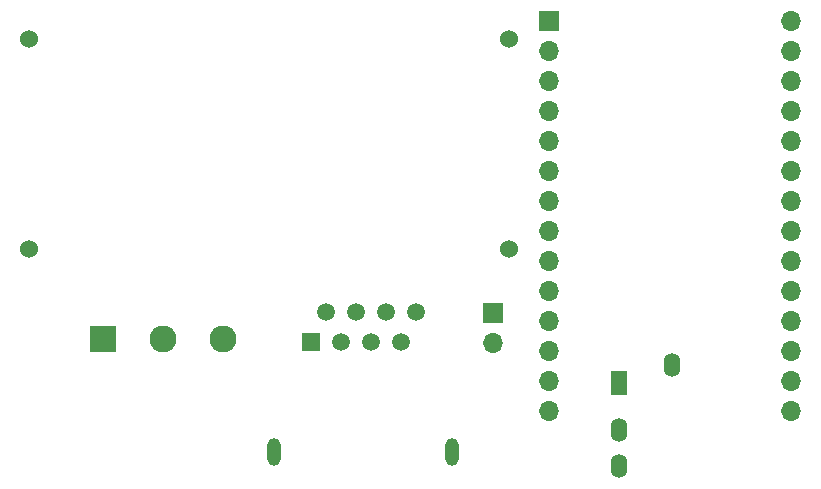
<source format=gbr>
G04 #@! TF.GenerationSoftware,KiCad,Pcbnew,(5.1.5)-3*
G04 #@! TF.CreationDate,2020-06-13T00:38:24-05:00*
G04 #@! TF.ProjectId,SimpleBuildSounds_28PinSound,53696d70-6c65-4427-9569-6c64536f756e,rev?*
G04 #@! TF.SameCoordinates,Original*
G04 #@! TF.FileFunction,Copper,L2,Bot*
G04 #@! TF.FilePolarity,Positive*
%FSLAX46Y46*%
G04 Gerber Fmt 4.6, Leading zero omitted, Abs format (unit mm)*
G04 Created by KiCad (PCBNEW (5.1.5)-3) date 2020-06-13 00:38:24*
%MOMM*%
%LPD*%
G04 APERTURE LIST*
%ADD10O,1.140000X2.362000*%
%ADD11C,1.500000*%
%ADD12R,1.500000X1.500000*%
%ADD13O,1.700000X1.700000*%
%ADD14R,1.700000X1.700000*%
%ADD15R,2.286000X2.286000*%
%ADD16C,2.286000*%
%ADD17O,1.400000X2.000000*%
%ADD18R,1.400000X2.000000*%
%ADD19C,1.524000*%
G04 APERTURE END LIST*
D10*
X170942000Y-89706450D03*
X155943300Y-89706450D03*
D11*
X167894000Y-77914500D03*
X166624000Y-80454500D03*
X165354000Y-77914500D03*
X164084000Y-80454500D03*
X162814000Y-77914500D03*
X161544000Y-80454500D03*
X160274000Y-77914500D03*
D12*
X159004000Y-80454500D03*
D13*
X199697000Y-86296500D03*
X179197000Y-86296500D03*
X199697000Y-83756500D03*
X179197000Y-83756500D03*
X199697000Y-81216500D03*
X179197000Y-81216500D03*
X199697000Y-78676500D03*
X179197000Y-78676500D03*
X199697000Y-76136500D03*
X179197000Y-76136500D03*
X199697000Y-73596500D03*
X179197000Y-73596500D03*
X199697000Y-71056500D03*
X179197000Y-71056500D03*
X199697000Y-68516500D03*
X179197000Y-68516500D03*
X199697000Y-65976500D03*
X179197000Y-65976500D03*
X199697000Y-63436500D03*
X179197000Y-63436500D03*
X199697000Y-60896500D03*
X179197000Y-60896500D03*
X199697000Y-58356500D03*
X179197000Y-58356500D03*
X199697000Y-55816500D03*
X179197000Y-55816500D03*
X199697000Y-53276500D03*
D14*
X179197000Y-53276500D03*
D15*
X141414500Y-80200500D03*
D16*
X146494500Y-80200500D03*
X151574500Y-80200500D03*
D17*
X185111000Y-90883500D03*
X185111000Y-87883500D03*
D18*
X185111000Y-83883500D03*
D17*
X189611000Y-82383500D03*
D14*
X174434500Y-77978000D03*
D13*
X174434500Y-80518000D03*
D19*
X175768000Y-72580500D03*
X175768000Y-54800500D03*
X135128000Y-72580500D03*
X135128000Y-54800500D03*
M02*

</source>
